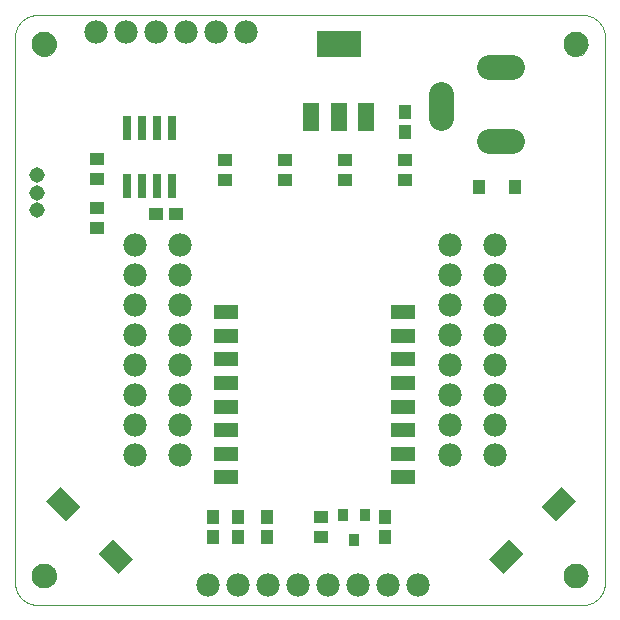
<source format=gts>
G75*
%MOIN*%
%OFA0B0*%
%FSLAX24Y24*%
%IPPOS*%
%LPD*%
%AMOC8*
5,1,8,0,0,1.08239X$1,22.5*
%
%ADD10C,0.0000*%
%ADD11C,0.0827*%
%ADD12R,0.0827X0.0512*%
%ADD13C,0.0780*%
%ADD14R,0.0260X0.0820*%
%ADD15R,0.0473X0.0434*%
%ADD16R,0.0946X0.0670*%
%ADD17R,0.0520X0.0920*%
%ADD18R,0.1457X0.0906*%
%ADD19R,0.0434X0.0473*%
%ADD20C,0.0827*%
%ADD21R,0.0414X0.0453*%
%ADD22R,0.0355X0.0394*%
%ADD23C,0.0516*%
D10*
X000947Y000205D02*
X019058Y000205D01*
X019112Y000207D01*
X019165Y000212D01*
X019218Y000221D01*
X019270Y000234D01*
X019322Y000250D01*
X019372Y000270D01*
X019420Y000293D01*
X019467Y000320D01*
X019512Y000349D01*
X019555Y000382D01*
X019595Y000417D01*
X019633Y000455D01*
X019668Y000495D01*
X019701Y000538D01*
X019730Y000583D01*
X019757Y000630D01*
X019780Y000678D01*
X019800Y000728D01*
X019816Y000780D01*
X019829Y000832D01*
X019838Y000885D01*
X019843Y000938D01*
X019845Y000992D01*
X019845Y019103D01*
X019843Y019157D01*
X019838Y019210D01*
X019829Y019263D01*
X019816Y019315D01*
X019800Y019367D01*
X019780Y019417D01*
X019757Y019465D01*
X019730Y019512D01*
X019701Y019557D01*
X019668Y019600D01*
X019633Y019640D01*
X019595Y019678D01*
X019555Y019713D01*
X019512Y019746D01*
X019467Y019775D01*
X019420Y019802D01*
X019372Y019825D01*
X019322Y019845D01*
X019270Y019861D01*
X019218Y019874D01*
X019165Y019883D01*
X019112Y019888D01*
X019058Y019890D01*
X000947Y019890D01*
X000893Y019888D01*
X000840Y019883D01*
X000787Y019874D01*
X000735Y019861D01*
X000683Y019845D01*
X000633Y019825D01*
X000585Y019802D01*
X000538Y019775D01*
X000493Y019746D01*
X000450Y019713D01*
X000410Y019678D01*
X000372Y019640D01*
X000337Y019600D01*
X000304Y019557D01*
X000275Y019512D01*
X000248Y019465D01*
X000225Y019417D01*
X000205Y019367D01*
X000189Y019315D01*
X000176Y019263D01*
X000167Y019210D01*
X000162Y019157D01*
X000160Y019103D01*
X000160Y000992D01*
X000162Y000938D01*
X000167Y000885D01*
X000176Y000832D01*
X000189Y000780D01*
X000205Y000728D01*
X000225Y000678D01*
X000248Y000630D01*
X000275Y000583D01*
X000304Y000538D01*
X000337Y000495D01*
X000372Y000455D01*
X000410Y000417D01*
X000450Y000382D01*
X000493Y000349D01*
X000538Y000320D01*
X000585Y000293D01*
X000633Y000270D01*
X000683Y000250D01*
X000735Y000234D01*
X000787Y000221D01*
X000840Y000212D01*
X000893Y000207D01*
X000947Y000205D01*
X000753Y001192D02*
X000755Y001231D01*
X000761Y001270D01*
X000771Y001308D01*
X000784Y001345D01*
X000801Y001380D01*
X000821Y001414D01*
X000845Y001445D01*
X000872Y001474D01*
X000901Y001500D01*
X000933Y001523D01*
X000967Y001543D01*
X001003Y001559D01*
X001040Y001571D01*
X001079Y001580D01*
X001118Y001585D01*
X001157Y001586D01*
X001196Y001583D01*
X001235Y001576D01*
X001272Y001565D01*
X001309Y001551D01*
X001344Y001533D01*
X001377Y001512D01*
X001408Y001487D01*
X001436Y001460D01*
X001461Y001430D01*
X001483Y001397D01*
X001502Y001363D01*
X001517Y001327D01*
X001529Y001289D01*
X001537Y001251D01*
X001541Y001212D01*
X001541Y001172D01*
X001537Y001133D01*
X001529Y001095D01*
X001517Y001057D01*
X001502Y001021D01*
X001483Y000987D01*
X001461Y000954D01*
X001436Y000924D01*
X001408Y000897D01*
X001377Y000872D01*
X001344Y000851D01*
X001309Y000833D01*
X001272Y000819D01*
X001235Y000808D01*
X001196Y000801D01*
X001157Y000798D01*
X001118Y000799D01*
X001079Y000804D01*
X001040Y000813D01*
X001003Y000825D01*
X000967Y000841D01*
X000933Y000861D01*
X000901Y000884D01*
X000872Y000910D01*
X000845Y000939D01*
X000821Y000970D01*
X000801Y001004D01*
X000784Y001039D01*
X000771Y001076D01*
X000761Y001114D01*
X000755Y001153D01*
X000753Y001192D01*
X000753Y018903D02*
X000755Y018942D01*
X000761Y018981D01*
X000771Y019019D01*
X000784Y019056D01*
X000801Y019091D01*
X000821Y019125D01*
X000845Y019156D01*
X000872Y019185D01*
X000901Y019211D01*
X000933Y019234D01*
X000967Y019254D01*
X001003Y019270D01*
X001040Y019282D01*
X001079Y019291D01*
X001118Y019296D01*
X001157Y019297D01*
X001196Y019294D01*
X001235Y019287D01*
X001272Y019276D01*
X001309Y019262D01*
X001344Y019244D01*
X001377Y019223D01*
X001408Y019198D01*
X001436Y019171D01*
X001461Y019141D01*
X001483Y019108D01*
X001502Y019074D01*
X001517Y019038D01*
X001529Y019000D01*
X001537Y018962D01*
X001541Y018923D01*
X001541Y018883D01*
X001537Y018844D01*
X001529Y018806D01*
X001517Y018768D01*
X001502Y018732D01*
X001483Y018698D01*
X001461Y018665D01*
X001436Y018635D01*
X001408Y018608D01*
X001377Y018583D01*
X001344Y018562D01*
X001309Y018544D01*
X001272Y018530D01*
X001235Y018519D01*
X001196Y018512D01*
X001157Y018509D01*
X001118Y018510D01*
X001079Y018515D01*
X001040Y018524D01*
X001003Y018536D01*
X000967Y018552D01*
X000933Y018572D01*
X000901Y018595D01*
X000872Y018621D01*
X000845Y018650D01*
X000821Y018681D01*
X000801Y018715D01*
X000784Y018750D01*
X000771Y018787D01*
X000761Y018825D01*
X000755Y018864D01*
X000753Y018903D01*
X018464Y018903D02*
X018466Y018942D01*
X018472Y018981D01*
X018482Y019019D01*
X018495Y019056D01*
X018512Y019091D01*
X018532Y019125D01*
X018556Y019156D01*
X018583Y019185D01*
X018612Y019211D01*
X018644Y019234D01*
X018678Y019254D01*
X018714Y019270D01*
X018751Y019282D01*
X018790Y019291D01*
X018829Y019296D01*
X018868Y019297D01*
X018907Y019294D01*
X018946Y019287D01*
X018983Y019276D01*
X019020Y019262D01*
X019055Y019244D01*
X019088Y019223D01*
X019119Y019198D01*
X019147Y019171D01*
X019172Y019141D01*
X019194Y019108D01*
X019213Y019074D01*
X019228Y019038D01*
X019240Y019000D01*
X019248Y018962D01*
X019252Y018923D01*
X019252Y018883D01*
X019248Y018844D01*
X019240Y018806D01*
X019228Y018768D01*
X019213Y018732D01*
X019194Y018698D01*
X019172Y018665D01*
X019147Y018635D01*
X019119Y018608D01*
X019088Y018583D01*
X019055Y018562D01*
X019020Y018544D01*
X018983Y018530D01*
X018946Y018519D01*
X018907Y018512D01*
X018868Y018509D01*
X018829Y018510D01*
X018790Y018515D01*
X018751Y018524D01*
X018714Y018536D01*
X018678Y018552D01*
X018644Y018572D01*
X018612Y018595D01*
X018583Y018621D01*
X018556Y018650D01*
X018532Y018681D01*
X018512Y018715D01*
X018495Y018750D01*
X018482Y018787D01*
X018472Y018825D01*
X018466Y018864D01*
X018464Y018903D01*
X018464Y001192D02*
X018466Y001231D01*
X018472Y001270D01*
X018482Y001308D01*
X018495Y001345D01*
X018512Y001380D01*
X018532Y001414D01*
X018556Y001445D01*
X018583Y001474D01*
X018612Y001500D01*
X018644Y001523D01*
X018678Y001543D01*
X018714Y001559D01*
X018751Y001571D01*
X018790Y001580D01*
X018829Y001585D01*
X018868Y001586D01*
X018907Y001583D01*
X018946Y001576D01*
X018983Y001565D01*
X019020Y001551D01*
X019055Y001533D01*
X019088Y001512D01*
X019119Y001487D01*
X019147Y001460D01*
X019172Y001430D01*
X019194Y001397D01*
X019213Y001363D01*
X019228Y001327D01*
X019240Y001289D01*
X019248Y001251D01*
X019252Y001212D01*
X019252Y001172D01*
X019248Y001133D01*
X019240Y001095D01*
X019228Y001057D01*
X019213Y001021D01*
X019194Y000987D01*
X019172Y000954D01*
X019147Y000924D01*
X019119Y000897D01*
X019088Y000872D01*
X019055Y000851D01*
X019020Y000833D01*
X018983Y000819D01*
X018946Y000808D01*
X018907Y000801D01*
X018868Y000798D01*
X018829Y000799D01*
X018790Y000804D01*
X018751Y000813D01*
X018714Y000825D01*
X018678Y000841D01*
X018644Y000861D01*
X018612Y000884D01*
X018583Y000910D01*
X018556Y000939D01*
X018532Y000970D01*
X018512Y001004D01*
X018495Y001039D01*
X018482Y001076D01*
X018472Y001114D01*
X018466Y001153D01*
X018464Y001192D01*
D11*
X018858Y001192D03*
X018858Y018903D03*
X001147Y018903D03*
X001147Y001192D03*
D12*
X007207Y004465D03*
X007207Y005252D03*
X007207Y006040D03*
X007207Y006827D03*
X007207Y007614D03*
X007207Y008402D03*
X007207Y009189D03*
X007207Y009977D03*
X013113Y009977D03*
X013113Y009189D03*
X013113Y008402D03*
X013113Y007614D03*
X013113Y006827D03*
X013113Y006040D03*
X013113Y005252D03*
X013113Y004465D03*
D13*
X014660Y005205D03*
X014660Y006205D03*
X014660Y007205D03*
X014660Y008205D03*
X014660Y009205D03*
X014660Y010205D03*
X014660Y011205D03*
X014660Y012205D03*
X016160Y012205D03*
X016160Y011205D03*
X016160Y010205D03*
X016160Y009205D03*
X016160Y008205D03*
X016160Y007205D03*
X016160Y006205D03*
X016160Y005205D03*
X013596Y000864D03*
X012596Y000864D03*
X011596Y000864D03*
X010596Y000864D03*
X009596Y000864D03*
X008596Y000864D03*
X007596Y000864D03*
X006596Y000864D03*
X005660Y005205D03*
X005660Y006205D03*
X005660Y007205D03*
X005660Y008205D03*
X005660Y009205D03*
X005660Y010205D03*
X005660Y011205D03*
X005660Y012205D03*
X004160Y012205D03*
X004160Y011205D03*
X004160Y010205D03*
X004160Y009205D03*
X004160Y008205D03*
X004160Y007205D03*
X004160Y006205D03*
X004160Y005205D03*
X003860Y019305D03*
X002860Y019305D03*
X004860Y019305D03*
X005860Y019305D03*
X006860Y019305D03*
X007860Y019305D03*
D14*
X005410Y016125D03*
X004910Y016125D03*
X004410Y016125D03*
X003910Y016125D03*
X003910Y014185D03*
X004410Y014185D03*
X004910Y014185D03*
X005410Y014185D03*
D15*
X005545Y013255D03*
X004875Y013255D03*
X002910Y013440D03*
X002910Y012770D03*
X002910Y014420D03*
X002910Y015090D03*
X007160Y015040D03*
X007160Y014370D03*
X009160Y014370D03*
X009160Y015040D03*
X011160Y015040D03*
X011160Y014370D03*
X013160Y014370D03*
X013160Y015040D03*
X010360Y003140D03*
X010360Y002470D03*
D16*
G36*
X015962Y001731D02*
X016630Y002399D01*
X017104Y001925D01*
X016436Y001257D01*
X015962Y001731D01*
G37*
G36*
X017716Y003485D02*
X018384Y004153D01*
X018858Y003679D01*
X018190Y003011D01*
X017716Y003485D01*
G37*
G36*
X003440Y002399D02*
X004108Y001731D01*
X003634Y001257D01*
X002966Y001925D01*
X003440Y002399D01*
G37*
G36*
X001686Y004153D02*
X002354Y003485D01*
X001880Y003011D01*
X001212Y003679D01*
X001686Y004153D01*
G37*
D17*
X010050Y016485D03*
X010960Y016485D03*
X011870Y016485D03*
D18*
X010960Y018925D03*
D19*
X013160Y016640D03*
X013160Y015970D03*
X012510Y003140D03*
X012510Y002470D03*
X008560Y002470D03*
X008560Y003140D03*
X007610Y003140D03*
X007610Y002470D03*
X006760Y002470D03*
X006760Y003140D03*
D20*
X015951Y015672D02*
X016738Y015672D01*
X016738Y018152D02*
X015951Y018152D01*
X014376Y017247D02*
X014376Y016459D01*
D21*
X015619Y014155D03*
X016840Y014155D03*
D22*
X011834Y003199D03*
X011086Y003199D03*
X011460Y002372D03*
D23*
X000910Y013364D03*
X000910Y013955D03*
X000910Y014546D03*
M02*

</source>
